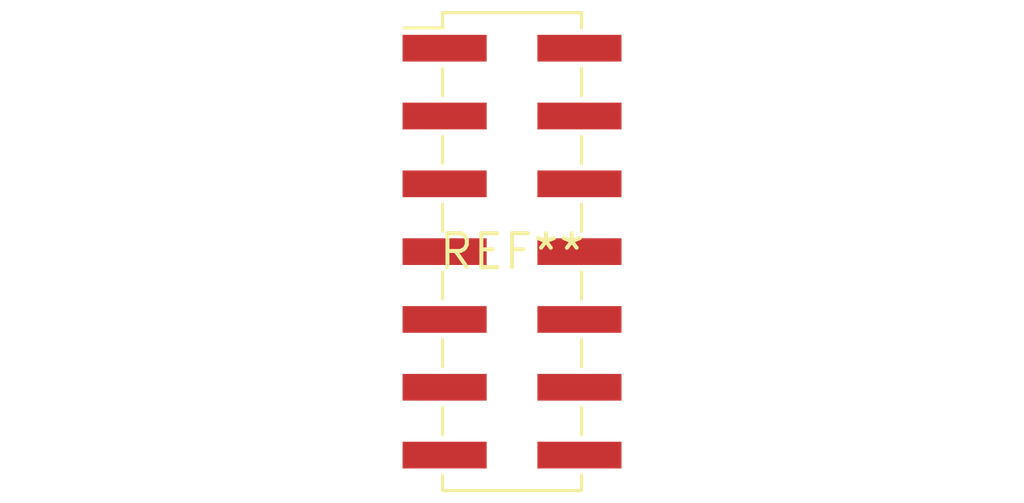
<source format=kicad_pcb>
(kicad_pcb (version 20240108) (generator pcbnew)
  (layers (0 "F.Cu" signal) (31 "B.Cu" signal) (34 "B.Paste" user) (35 "F.Paste" user) (36 "B.SilkS" user "B.Silkscreen") (37 "F.SilkS" user "F.Silkscreen") (38 "B.Mask" user) (39 "F.Mask" user) (44 "Edge.Cuts" user))
  (net 0 "")
  (footprint "PinHeader_2x07_P2.54mm_Vertical_SMD" (layer "F.Cu") (at 0 0)
    (property "Reference" "REF**")
    (property "Value" "PinHeader_2x07_P2.54mm_Vertical_SMD")
    (fp_line (start -4.04 -8.38) (end -2.6 -8.38) (layer "F.SilkS") (stroke (width 0.12)))
    (fp_line (start -2.6 -8.95) (end -2.6 -8.38) (layer "F.SilkS") (stroke (width 0.12)))
    (fp_line (start -2.6 -8.95) (end 2.6 -8.95) (layer "F.SilkS") (stroke (width 0.12)))
    (fp_line (start -2.6 -6.86) (end -2.6 -5.84) (layer "F.SilkS") (stroke (width 0.12)))
    (fp_line (start -2.6 -4.32) (end -2.6 -3.3) (layer "F.SilkS") (stroke (width 0.12)))
    (fp_line (start -2.6 -1.78) (end -2.6 -0.76) (layer "F.SilkS") (stroke (width 0.12)))
    (fp_line (start -2.6 0.76) (end -2.6 1.78) (layer "F.SilkS") (stroke (width 0.12)))
    (fp_line (start -2.6 3.3) (end -2.6 4.32) (layer "F.SilkS") (stroke (width 0.12)))
    (fp_line (start -2.6 5.84) (end -2.6 6.86) (layer "F.SilkS") (stroke (width 0.12)))
    (fp_line (start -2.6 8.38) (end -2.6 8.95) (layer "F.SilkS") (stroke (width 0.12)))
    (fp_line (start -2.6 8.95) (end 2.6 8.95) (layer "F.SilkS") (stroke (width 0.12)))
    (fp_line (start 2.6 -8.95) (end 2.6 -8.38) (layer "F.SilkS") (stroke (width 0.12)))
    (fp_line (start 2.6 -6.86) (end 2.6 -5.84) (layer "F.SilkS") (stroke (width 0.12)))
    (fp_line (start 2.6 -4.32) (end 2.6 -3.3) (layer "F.SilkS") (stroke (width 0.12)))
    (fp_line (start 2.6 -1.78) (end 2.6 -0.76) (layer "F.SilkS") (stroke (width 0.12)))
    (fp_line (start 2.6 0.76) (end 2.6 1.78) (layer "F.SilkS") (stroke (width 0.12)))
    (fp_line (start 2.6 3.3) (end 2.6 4.32) (layer "F.SilkS") (stroke (width 0.12)))
    (fp_line (start 2.6 5.84) (end 2.6 6.86) (layer "F.SilkS") (stroke (width 0.12)))
    (fp_line (start 2.6 8.38) (end 2.6 8.95) (layer "F.SilkS") (stroke (width 0.12)))
    (pad "1" smd rect (at -2.525 -7.62) (size 3.15 1) (layers "F.Cu" "F.Paste" "F.Mask"))
    (pad "2" smd rect (at 2.525 -7.62) (size 3.15 1) (layers "F.Cu" "F.Paste" "F.Mask"))
    (pad "3" smd rect (at -2.525 -5.08) (size 3.15 1) (layers "F.Cu" "F.Paste" "F.Mask"))
    (pad "4" smd rect (at 2.525 -5.08) (size 3.15 1) (layers "F.Cu" "F.Paste" "F.Mask"))
    (pad "5" smd rect (at -2.525 -2.54) (size 3.15 1) (layers "F.Cu" "F.Paste" "F.Mask"))
    (pad "6" smd rect (at 2.525 -2.54) (size 3.15 1) (layers "F.Cu" "F.Paste" "F.Mask"))
    (pad "7" smd rect (at -2.525 0) (size 3.15 1) (layers "F.Cu" "F.Paste" "F.Mask"))
    (pad "8" smd rect (at 2.525 0) (size 3.15 1) (layers "F.Cu" "F.Paste" "F.Mask"))
    (pad "9" smd rect (at -2.525 2.54) (size 3.15 1) (layers "F.Cu" "F.Paste" "F.Mask"))
    (pad "10" smd rect (at 2.525 2.54) (size 3.15 1) (layers "F.Cu" "F.Paste" "F.Mask"))
    (pad "11" smd rect (at -2.525 5.08) (size 3.15 1) (layers "F.Cu" "F.Paste" "F.Mask"))
    (pad "12" smd rect (at 2.525 5.08) (size 3.15 1) (layers "F.Cu" "F.Paste" "F.Mask"))
    (pad "13" smd rect (at -2.525 7.62) (size 3.15 1) (layers "F.Cu" "F.Paste" "F.Mask"))
    (pad "14" smd rect (at 2.525 7.62) (size 3.15 1) (layers "F.Cu" "F.Paste" "F.Mask"))
  )
)
</source>
